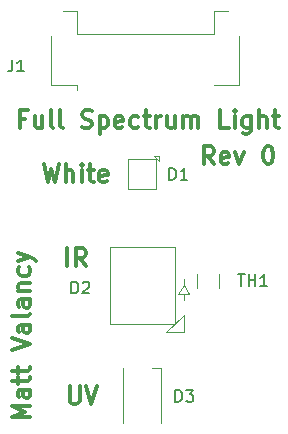
<source format=gbr>
G04 #@! TF.GenerationSoftware,KiCad,Pcbnew,5.0.0-fee4fd1~66~ubuntu16.04.1*
G04 #@! TF.CreationDate,2018-09-26T17:40:44-07:00*
G04 #@! TF.ProjectId,Fullspectrum_LED_PCB,46756C6C737065637472756D5F4C4544,rev?*
G04 #@! TF.SameCoordinates,Original*
G04 #@! TF.FileFunction,Legend,Top*
G04 #@! TF.FilePolarity,Positive*
%FSLAX46Y46*%
G04 Gerber Fmt 4.6, Leading zero omitted, Abs format (unit mm)*
G04 Created by KiCad (PCBNEW 5.0.0-fee4fd1~66~ubuntu16.04.1) date Wed Sep 26 17:40:44 2018*
%MOMM*%
%LPD*%
G01*
G04 APERTURE LIST*
%ADD10C,0.300000*%
%ADD11C,0.120000*%
%ADD12C,0.100000*%
%ADD13C,0.150000*%
G04 APERTURE END LIST*
D10*
X53284571Y-48962571D02*
X53284571Y-50176857D01*
X53356000Y-50319714D01*
X53427428Y-50391142D01*
X53570285Y-50462571D01*
X53856000Y-50462571D01*
X53998857Y-50391142D01*
X54070285Y-50319714D01*
X54141714Y-50176857D01*
X54141714Y-48962571D01*
X54641714Y-48962571D02*
X55141714Y-50462571D01*
X55641714Y-48962571D01*
X53098000Y-38778571D02*
X53098000Y-37278571D01*
X54669428Y-38778571D02*
X54169428Y-38064285D01*
X53812285Y-38778571D02*
X53812285Y-37278571D01*
X54383714Y-37278571D01*
X54526571Y-37350000D01*
X54598000Y-37421428D01*
X54669428Y-37564285D01*
X54669428Y-37778571D01*
X54598000Y-37921428D01*
X54526571Y-37992857D01*
X54383714Y-38064285D01*
X53812285Y-38064285D01*
X51098000Y-30166571D02*
X51455142Y-31666571D01*
X51740857Y-30595142D01*
X52026571Y-31666571D01*
X52383714Y-30166571D01*
X52955142Y-31666571D02*
X52955142Y-30166571D01*
X53598000Y-31666571D02*
X53598000Y-30880857D01*
X53526571Y-30738000D01*
X53383714Y-30666571D01*
X53169428Y-30666571D01*
X53026571Y-30738000D01*
X52955142Y-30809428D01*
X54312285Y-31666571D02*
X54312285Y-30666571D01*
X54312285Y-30166571D02*
X54240857Y-30238000D01*
X54312285Y-30309428D01*
X54383714Y-30238000D01*
X54312285Y-30166571D01*
X54312285Y-30309428D01*
X54812285Y-30666571D02*
X55383714Y-30666571D01*
X55026571Y-30166571D02*
X55026571Y-31452285D01*
X55098000Y-31595142D01*
X55240857Y-31666571D01*
X55383714Y-31666571D01*
X56455142Y-31595142D02*
X56312285Y-31666571D01*
X56026571Y-31666571D01*
X55883714Y-31595142D01*
X55812285Y-31452285D01*
X55812285Y-30880857D01*
X55883714Y-30738000D01*
X56026571Y-30666571D01*
X56312285Y-30666571D01*
X56455142Y-30738000D01*
X56526571Y-30880857D01*
X56526571Y-31023714D01*
X55812285Y-31166571D01*
X65528285Y-30142571D02*
X65028285Y-29428285D01*
X64671142Y-30142571D02*
X64671142Y-28642571D01*
X65242571Y-28642571D01*
X65385428Y-28714000D01*
X65456857Y-28785428D01*
X65528285Y-28928285D01*
X65528285Y-29142571D01*
X65456857Y-29285428D01*
X65385428Y-29356857D01*
X65242571Y-29428285D01*
X64671142Y-29428285D01*
X66742571Y-30071142D02*
X66599714Y-30142571D01*
X66314000Y-30142571D01*
X66171142Y-30071142D01*
X66099714Y-29928285D01*
X66099714Y-29356857D01*
X66171142Y-29214000D01*
X66314000Y-29142571D01*
X66599714Y-29142571D01*
X66742571Y-29214000D01*
X66814000Y-29356857D01*
X66814000Y-29499714D01*
X66099714Y-29642571D01*
X67314000Y-29142571D02*
X67671142Y-30142571D01*
X68028285Y-29142571D01*
X70028285Y-28642571D02*
X70171142Y-28642571D01*
X70314000Y-28714000D01*
X70385428Y-28785428D01*
X70456857Y-28928285D01*
X70528285Y-29214000D01*
X70528285Y-29571142D01*
X70456857Y-29856857D01*
X70385428Y-29999714D01*
X70314000Y-30071142D01*
X70171142Y-30142571D01*
X70028285Y-30142571D01*
X69885428Y-30071142D01*
X69814000Y-29999714D01*
X69742571Y-29856857D01*
X69671142Y-29571142D01*
X69671142Y-29214000D01*
X69742571Y-28928285D01*
X69814000Y-28785428D01*
X69885428Y-28714000D01*
X70028285Y-28642571D01*
X49954571Y-51596857D02*
X48454571Y-51596857D01*
X49526000Y-51096857D01*
X48454571Y-50596857D01*
X49954571Y-50596857D01*
X49954571Y-49239714D02*
X49168857Y-49239714D01*
X49026000Y-49311142D01*
X48954571Y-49454000D01*
X48954571Y-49739714D01*
X49026000Y-49882571D01*
X49883142Y-49239714D02*
X49954571Y-49382571D01*
X49954571Y-49739714D01*
X49883142Y-49882571D01*
X49740285Y-49954000D01*
X49597428Y-49954000D01*
X49454571Y-49882571D01*
X49383142Y-49739714D01*
X49383142Y-49382571D01*
X49311714Y-49239714D01*
X48954571Y-48739714D02*
X48954571Y-48168285D01*
X48454571Y-48525428D02*
X49740285Y-48525428D01*
X49883142Y-48454000D01*
X49954571Y-48311142D01*
X49954571Y-48168285D01*
X48954571Y-47882571D02*
X48954571Y-47311142D01*
X48454571Y-47668285D02*
X49740285Y-47668285D01*
X49883142Y-47596857D01*
X49954571Y-47454000D01*
X49954571Y-47311142D01*
X48454571Y-45882571D02*
X49954571Y-45382571D01*
X48454571Y-44882571D01*
X49954571Y-43739714D02*
X49168857Y-43739714D01*
X49026000Y-43811142D01*
X48954571Y-43954000D01*
X48954571Y-44239714D01*
X49026000Y-44382571D01*
X49883142Y-43739714D02*
X49954571Y-43882571D01*
X49954571Y-44239714D01*
X49883142Y-44382571D01*
X49740285Y-44454000D01*
X49597428Y-44454000D01*
X49454571Y-44382571D01*
X49383142Y-44239714D01*
X49383142Y-43882571D01*
X49311714Y-43739714D01*
X49954571Y-42811142D02*
X49883142Y-42954000D01*
X49740285Y-43025428D01*
X48454571Y-43025428D01*
X49954571Y-41596857D02*
X49168857Y-41596857D01*
X49026000Y-41668285D01*
X48954571Y-41811142D01*
X48954571Y-42096857D01*
X49026000Y-42239714D01*
X49883142Y-41596857D02*
X49954571Y-41739714D01*
X49954571Y-42096857D01*
X49883142Y-42239714D01*
X49740285Y-42311142D01*
X49597428Y-42311142D01*
X49454571Y-42239714D01*
X49383142Y-42096857D01*
X49383142Y-41739714D01*
X49311714Y-41596857D01*
X48954571Y-40882571D02*
X49954571Y-40882571D01*
X49097428Y-40882571D02*
X49026000Y-40811142D01*
X48954571Y-40668285D01*
X48954571Y-40454000D01*
X49026000Y-40311142D01*
X49168857Y-40239714D01*
X49954571Y-40239714D01*
X49883142Y-38882571D02*
X49954571Y-39025428D01*
X49954571Y-39311142D01*
X49883142Y-39454000D01*
X49811714Y-39525428D01*
X49668857Y-39596857D01*
X49240285Y-39596857D01*
X49097428Y-39525428D01*
X49026000Y-39454000D01*
X48954571Y-39311142D01*
X48954571Y-39025428D01*
X49026000Y-38882571D01*
X48954571Y-38382571D02*
X49954571Y-38025428D01*
X48954571Y-37668285D02*
X49954571Y-38025428D01*
X50311714Y-38168285D01*
X50383142Y-38239714D01*
X50454571Y-38382571D01*
X49551142Y-26308857D02*
X49051142Y-26308857D01*
X49051142Y-27094571D02*
X49051142Y-25594571D01*
X49765428Y-25594571D01*
X50979714Y-26094571D02*
X50979714Y-27094571D01*
X50336857Y-26094571D02*
X50336857Y-26880285D01*
X50408285Y-27023142D01*
X50551142Y-27094571D01*
X50765428Y-27094571D01*
X50908285Y-27023142D01*
X50979714Y-26951714D01*
X51908285Y-27094571D02*
X51765428Y-27023142D01*
X51694000Y-26880285D01*
X51694000Y-25594571D01*
X52694000Y-27094571D02*
X52551142Y-27023142D01*
X52479714Y-26880285D01*
X52479714Y-25594571D01*
X54336857Y-27023142D02*
X54551142Y-27094571D01*
X54908285Y-27094571D01*
X55051142Y-27023142D01*
X55122571Y-26951714D01*
X55194000Y-26808857D01*
X55194000Y-26666000D01*
X55122571Y-26523142D01*
X55051142Y-26451714D01*
X54908285Y-26380285D01*
X54622571Y-26308857D01*
X54479714Y-26237428D01*
X54408285Y-26166000D01*
X54336857Y-26023142D01*
X54336857Y-25880285D01*
X54408285Y-25737428D01*
X54479714Y-25666000D01*
X54622571Y-25594571D01*
X54979714Y-25594571D01*
X55194000Y-25666000D01*
X55836857Y-26094571D02*
X55836857Y-27594571D01*
X55836857Y-26166000D02*
X55979714Y-26094571D01*
X56265428Y-26094571D01*
X56408285Y-26166000D01*
X56479714Y-26237428D01*
X56551142Y-26380285D01*
X56551142Y-26808857D01*
X56479714Y-26951714D01*
X56408285Y-27023142D01*
X56265428Y-27094571D01*
X55979714Y-27094571D01*
X55836857Y-27023142D01*
X57765428Y-27023142D02*
X57622571Y-27094571D01*
X57336857Y-27094571D01*
X57194000Y-27023142D01*
X57122571Y-26880285D01*
X57122571Y-26308857D01*
X57194000Y-26166000D01*
X57336857Y-26094571D01*
X57622571Y-26094571D01*
X57765428Y-26166000D01*
X57836857Y-26308857D01*
X57836857Y-26451714D01*
X57122571Y-26594571D01*
X59122571Y-27023142D02*
X58979714Y-27094571D01*
X58694000Y-27094571D01*
X58551142Y-27023142D01*
X58479714Y-26951714D01*
X58408285Y-26808857D01*
X58408285Y-26380285D01*
X58479714Y-26237428D01*
X58551142Y-26166000D01*
X58694000Y-26094571D01*
X58979714Y-26094571D01*
X59122571Y-26166000D01*
X59551142Y-26094571D02*
X60122571Y-26094571D01*
X59765428Y-25594571D02*
X59765428Y-26880285D01*
X59836857Y-27023142D01*
X59979714Y-27094571D01*
X60122571Y-27094571D01*
X60622571Y-27094571D02*
X60622571Y-26094571D01*
X60622571Y-26380285D02*
X60694000Y-26237428D01*
X60765428Y-26166000D01*
X60908285Y-26094571D01*
X61051142Y-26094571D01*
X62194000Y-26094571D02*
X62194000Y-27094571D01*
X61551142Y-26094571D02*
X61551142Y-26880285D01*
X61622571Y-27023142D01*
X61765428Y-27094571D01*
X61979714Y-27094571D01*
X62122571Y-27023142D01*
X62194000Y-26951714D01*
X62908285Y-27094571D02*
X62908285Y-26094571D01*
X62908285Y-26237428D02*
X62979714Y-26166000D01*
X63122571Y-26094571D01*
X63336857Y-26094571D01*
X63479714Y-26166000D01*
X63551142Y-26308857D01*
X63551142Y-27094571D01*
X63551142Y-26308857D02*
X63622571Y-26166000D01*
X63765428Y-26094571D01*
X63979714Y-26094571D01*
X64122571Y-26166000D01*
X64194000Y-26308857D01*
X64194000Y-27094571D01*
X66765428Y-27094571D02*
X66051142Y-27094571D01*
X66051142Y-25594571D01*
X67265428Y-27094571D02*
X67265428Y-26094571D01*
X67265428Y-25594571D02*
X67194000Y-25666000D01*
X67265428Y-25737428D01*
X67336857Y-25666000D01*
X67265428Y-25594571D01*
X67265428Y-25737428D01*
X68622571Y-26094571D02*
X68622571Y-27308857D01*
X68551142Y-27451714D01*
X68479714Y-27523142D01*
X68336857Y-27594571D01*
X68122571Y-27594571D01*
X67979714Y-27523142D01*
X68622571Y-27023142D02*
X68479714Y-27094571D01*
X68194000Y-27094571D01*
X68051142Y-27023142D01*
X67979714Y-26951714D01*
X67908285Y-26808857D01*
X67908285Y-26380285D01*
X67979714Y-26237428D01*
X68051142Y-26166000D01*
X68194000Y-26094571D01*
X68479714Y-26094571D01*
X68622571Y-26166000D01*
X69336857Y-27094571D02*
X69336857Y-25594571D01*
X69979714Y-27094571D02*
X69979714Y-26308857D01*
X69908285Y-26166000D01*
X69765428Y-26094571D01*
X69551142Y-26094571D01*
X69408285Y-26166000D01*
X69336857Y-26237428D01*
X70479714Y-26094571D02*
X71051142Y-26094571D01*
X70694000Y-25594571D02*
X70694000Y-26880285D01*
X70765428Y-27023142D01*
X70908285Y-27094571D01*
X71051142Y-27094571D01*
D11*
G04 #@! TO.C,J1*
X51705000Y-19339000D02*
X51705000Y-23469000D01*
X51705000Y-23469000D02*
X53880000Y-23469000D01*
X53880000Y-23469000D02*
X53880000Y-23869000D01*
X67675000Y-19339000D02*
X67675000Y-23469000D01*
X67675000Y-23469000D02*
X65500000Y-23469000D01*
X52720000Y-17149000D02*
X53875000Y-17149000D01*
X53875000Y-17149000D02*
X53875000Y-19149000D01*
X53875000Y-19149000D02*
X65505000Y-19149000D01*
X65505000Y-19149000D02*
X65505000Y-17149000D01*
X65505000Y-17149000D02*
X66660000Y-17149000D01*
G04 #@! TO.C,TH1*
X64114000Y-40610064D02*
X64114000Y-39405936D01*
X65934000Y-40610064D02*
X65934000Y-39405936D01*
D12*
G04 #@! TO.C,D1*
X60636000Y-29688000D02*
X58236000Y-29688000D01*
X58236000Y-29688000D02*
X58236000Y-32288000D01*
X58236000Y-32288000D02*
X60636000Y-32288000D01*
X60636000Y-32288000D02*
X60636000Y-29688000D01*
X60836000Y-29888000D02*
X60436000Y-29488000D01*
X60436000Y-29488000D02*
X60836000Y-29488000D01*
X60836000Y-29488000D02*
X60836000Y-29888000D01*
G04 #@! TO.C,D2*
X62186000Y-43640000D02*
X62186000Y-37140000D01*
X62186000Y-37140000D02*
X56686000Y-37140000D01*
X56686000Y-37140000D02*
X56686000Y-43640000D01*
X56686000Y-43640000D02*
X62186000Y-43640000D01*
X61436000Y-44390000D02*
X62936000Y-42890000D01*
X62936000Y-42890000D02*
X62936000Y-44390000D01*
X62936000Y-44390000D02*
X61436000Y-44390000D01*
X62936000Y-41640000D02*
X62936000Y-41140000D01*
X62936000Y-41140000D02*
X62436000Y-41140000D01*
X62436000Y-41140000D02*
X62936000Y-40390000D01*
X62936000Y-40390000D02*
X63436000Y-41140000D01*
X63436000Y-41140000D02*
X62936000Y-41140000D01*
X62936000Y-40390000D02*
X62936000Y-39890000D01*
D11*
G04 #@! TO.C,D3*
X57836000Y-52058000D02*
X57836000Y-47408000D01*
X61036000Y-52058000D02*
X61036000Y-47408000D01*
X61036000Y-47408000D02*
X60236000Y-47408000D01*
G04 #@! TO.C,J1*
D13*
X48434666Y-21296380D02*
X48434666Y-22010666D01*
X48387047Y-22153523D01*
X48291809Y-22248761D01*
X48148952Y-22296380D01*
X48053714Y-22296380D01*
X49434666Y-22296380D02*
X48863238Y-22296380D01*
X49148952Y-22296380D02*
X49148952Y-21296380D01*
X49053714Y-21439238D01*
X48958476Y-21534476D01*
X48863238Y-21582095D01*
G04 #@! TO.C,TH1*
X67548285Y-39460380D02*
X68119714Y-39460380D01*
X67834000Y-40460380D02*
X67834000Y-39460380D01*
X68453047Y-40460380D02*
X68453047Y-39460380D01*
X68453047Y-39936571D02*
X69024476Y-39936571D01*
X69024476Y-40460380D02*
X69024476Y-39460380D01*
X70024476Y-40460380D02*
X69453047Y-40460380D01*
X69738761Y-40460380D02*
X69738761Y-39460380D01*
X69643523Y-39603238D01*
X69548285Y-39698476D01*
X69453047Y-39746095D01*
G04 #@! TO.C,D1*
X61745904Y-31473380D02*
X61745904Y-30473380D01*
X61984000Y-30473380D01*
X62126857Y-30521000D01*
X62222095Y-30616238D01*
X62269714Y-30711476D01*
X62317333Y-30901952D01*
X62317333Y-31044809D01*
X62269714Y-31235285D01*
X62222095Y-31330523D01*
X62126857Y-31425761D01*
X61984000Y-31473380D01*
X61745904Y-31473380D01*
X63269714Y-31473380D02*
X62698285Y-31473380D01*
X62984000Y-31473380D02*
X62984000Y-30473380D01*
X62888761Y-30616238D01*
X62793523Y-30711476D01*
X62698285Y-30759095D01*
G04 #@! TO.C,D2*
X53447904Y-41092380D02*
X53447904Y-40092380D01*
X53686000Y-40092380D01*
X53828857Y-40140000D01*
X53924095Y-40235238D01*
X53971714Y-40330476D01*
X54019333Y-40520952D01*
X54019333Y-40663809D01*
X53971714Y-40854285D01*
X53924095Y-40949523D01*
X53828857Y-41044761D01*
X53686000Y-41092380D01*
X53447904Y-41092380D01*
X54400285Y-40187619D02*
X54447904Y-40140000D01*
X54543142Y-40092380D01*
X54781238Y-40092380D01*
X54876476Y-40140000D01*
X54924095Y-40187619D01*
X54971714Y-40282857D01*
X54971714Y-40378095D01*
X54924095Y-40520952D01*
X54352666Y-41092380D01*
X54971714Y-41092380D01*
G04 #@! TO.C,D3*
X62253904Y-50260380D02*
X62253904Y-49260380D01*
X62492000Y-49260380D01*
X62634857Y-49308000D01*
X62730095Y-49403238D01*
X62777714Y-49498476D01*
X62825333Y-49688952D01*
X62825333Y-49831809D01*
X62777714Y-50022285D01*
X62730095Y-50117523D01*
X62634857Y-50212761D01*
X62492000Y-50260380D01*
X62253904Y-50260380D01*
X63158666Y-49260380D02*
X63777714Y-49260380D01*
X63444380Y-49641333D01*
X63587238Y-49641333D01*
X63682476Y-49688952D01*
X63730095Y-49736571D01*
X63777714Y-49831809D01*
X63777714Y-50069904D01*
X63730095Y-50165142D01*
X63682476Y-50212761D01*
X63587238Y-50260380D01*
X63301523Y-50260380D01*
X63206285Y-50212761D01*
X63158666Y-50165142D01*
G04 #@! TD*
M02*

</source>
